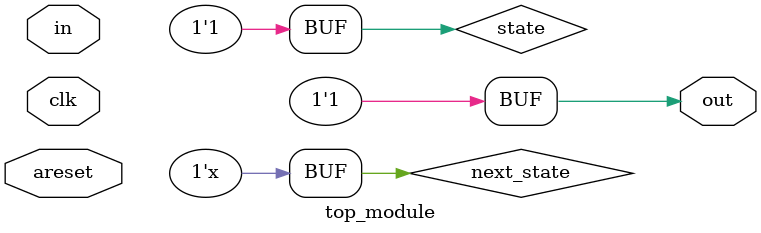
<source format=v>
module top_module(
    input clk,
    input areset,    // Asynchronous reset to state B
    input in,
    output out);//  

    parameter A=0, B=1; 
    reg state, next_state;

    always @(*) begin    // This is a combinational always block
        // State transition logic
        case(state)
            A : if(in)
                next_state=A;
            else
                next_state=B;
            B  : if(in)
                next_state=B;
            else
                next_state=A;
            default : state=B;
        endcase
    end

    always @(posedge clk, posedge areset) begin    // This is a sequential always block
        // State flip-flops with asynchronous reset
        if(areset)
            state<=B;
        else
            state<=next_state;
    end

    // Output logic
    assign out = (state ==A ? 1'b0 :1'b1);

endmodule


</source>
